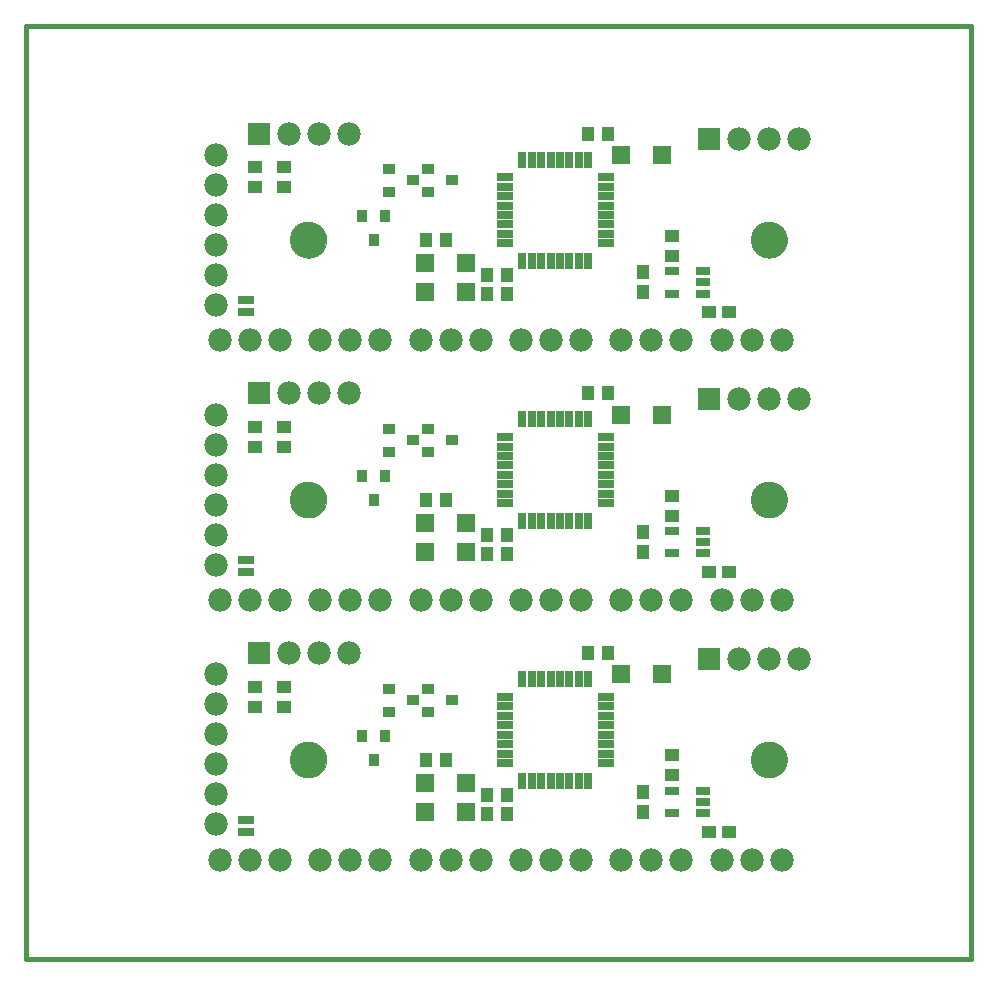
<source format=gts>
G75*
%MOIN*%
%OFA0B0*%
%FSLAX25Y25*%
%IPPOS*%
%LPD*%
%AMOC8*
5,1,8,0,0,1.08239X$1,22.5*
%
%ADD10C,0.01600*%
%ADD11C,0.00000*%
%ADD12C,0.12211*%
%ADD13C,0.07800*%
%ADD14R,0.05400X0.02600*%
%ADD15R,0.02600X0.05400*%
%ADD16R,0.05124X0.02565*%
%ADD17R,0.04731X0.04337*%
%ADD18R,0.04337X0.04731*%
%ADD19R,0.07800X0.07800*%
%ADD20R,0.06306X0.06306*%
%ADD21R,0.03500X0.03900*%
%ADD22R,0.03900X0.03500*%
%ADD23R,0.05400X0.02900*%
D10*
X0017567Y0009299D02*
X0332528Y0009299D01*
X0332528Y0320323D01*
X0017567Y0320323D01*
X0017567Y0009299D01*
D11*
X0105755Y0075835D02*
X0105757Y0075988D01*
X0105763Y0076142D01*
X0105773Y0076295D01*
X0105787Y0076447D01*
X0105805Y0076600D01*
X0105827Y0076751D01*
X0105852Y0076902D01*
X0105882Y0077053D01*
X0105916Y0077203D01*
X0105953Y0077351D01*
X0105994Y0077499D01*
X0106039Y0077645D01*
X0106088Y0077791D01*
X0106141Y0077935D01*
X0106197Y0078077D01*
X0106257Y0078218D01*
X0106321Y0078358D01*
X0106388Y0078496D01*
X0106459Y0078632D01*
X0106534Y0078766D01*
X0106611Y0078898D01*
X0106693Y0079028D01*
X0106777Y0079156D01*
X0106865Y0079282D01*
X0106956Y0079405D01*
X0107050Y0079526D01*
X0107148Y0079644D01*
X0107248Y0079760D01*
X0107352Y0079873D01*
X0107458Y0079984D01*
X0107567Y0080092D01*
X0107679Y0080197D01*
X0107793Y0080298D01*
X0107911Y0080397D01*
X0108030Y0080493D01*
X0108152Y0080586D01*
X0108277Y0080675D01*
X0108404Y0080762D01*
X0108533Y0080844D01*
X0108664Y0080924D01*
X0108797Y0081000D01*
X0108932Y0081073D01*
X0109069Y0081142D01*
X0109208Y0081207D01*
X0109348Y0081269D01*
X0109490Y0081327D01*
X0109633Y0081382D01*
X0109778Y0081433D01*
X0109924Y0081480D01*
X0110071Y0081523D01*
X0110219Y0081562D01*
X0110368Y0081598D01*
X0110518Y0081629D01*
X0110669Y0081657D01*
X0110820Y0081681D01*
X0110973Y0081701D01*
X0111125Y0081717D01*
X0111278Y0081729D01*
X0111431Y0081737D01*
X0111584Y0081741D01*
X0111738Y0081741D01*
X0111891Y0081737D01*
X0112044Y0081729D01*
X0112197Y0081717D01*
X0112349Y0081701D01*
X0112502Y0081681D01*
X0112653Y0081657D01*
X0112804Y0081629D01*
X0112954Y0081598D01*
X0113103Y0081562D01*
X0113251Y0081523D01*
X0113398Y0081480D01*
X0113544Y0081433D01*
X0113689Y0081382D01*
X0113832Y0081327D01*
X0113974Y0081269D01*
X0114114Y0081207D01*
X0114253Y0081142D01*
X0114390Y0081073D01*
X0114525Y0081000D01*
X0114658Y0080924D01*
X0114789Y0080844D01*
X0114918Y0080762D01*
X0115045Y0080675D01*
X0115170Y0080586D01*
X0115292Y0080493D01*
X0115411Y0080397D01*
X0115529Y0080298D01*
X0115643Y0080197D01*
X0115755Y0080092D01*
X0115864Y0079984D01*
X0115970Y0079873D01*
X0116074Y0079760D01*
X0116174Y0079644D01*
X0116272Y0079526D01*
X0116366Y0079405D01*
X0116457Y0079282D01*
X0116545Y0079156D01*
X0116629Y0079028D01*
X0116711Y0078898D01*
X0116788Y0078766D01*
X0116863Y0078632D01*
X0116934Y0078496D01*
X0117001Y0078358D01*
X0117065Y0078218D01*
X0117125Y0078077D01*
X0117181Y0077935D01*
X0117234Y0077791D01*
X0117283Y0077645D01*
X0117328Y0077499D01*
X0117369Y0077351D01*
X0117406Y0077203D01*
X0117440Y0077053D01*
X0117470Y0076902D01*
X0117495Y0076751D01*
X0117517Y0076600D01*
X0117535Y0076447D01*
X0117549Y0076295D01*
X0117559Y0076142D01*
X0117565Y0075988D01*
X0117567Y0075835D01*
X0117565Y0075682D01*
X0117559Y0075528D01*
X0117549Y0075375D01*
X0117535Y0075223D01*
X0117517Y0075070D01*
X0117495Y0074919D01*
X0117470Y0074768D01*
X0117440Y0074617D01*
X0117406Y0074467D01*
X0117369Y0074319D01*
X0117328Y0074171D01*
X0117283Y0074025D01*
X0117234Y0073879D01*
X0117181Y0073735D01*
X0117125Y0073593D01*
X0117065Y0073452D01*
X0117001Y0073312D01*
X0116934Y0073174D01*
X0116863Y0073038D01*
X0116788Y0072904D01*
X0116711Y0072772D01*
X0116629Y0072642D01*
X0116545Y0072514D01*
X0116457Y0072388D01*
X0116366Y0072265D01*
X0116272Y0072144D01*
X0116174Y0072026D01*
X0116074Y0071910D01*
X0115970Y0071797D01*
X0115864Y0071686D01*
X0115755Y0071578D01*
X0115643Y0071473D01*
X0115529Y0071372D01*
X0115411Y0071273D01*
X0115292Y0071177D01*
X0115170Y0071084D01*
X0115045Y0070995D01*
X0114918Y0070908D01*
X0114789Y0070826D01*
X0114658Y0070746D01*
X0114525Y0070670D01*
X0114390Y0070597D01*
X0114253Y0070528D01*
X0114114Y0070463D01*
X0113974Y0070401D01*
X0113832Y0070343D01*
X0113689Y0070288D01*
X0113544Y0070237D01*
X0113398Y0070190D01*
X0113251Y0070147D01*
X0113103Y0070108D01*
X0112954Y0070072D01*
X0112804Y0070041D01*
X0112653Y0070013D01*
X0112502Y0069989D01*
X0112349Y0069969D01*
X0112197Y0069953D01*
X0112044Y0069941D01*
X0111891Y0069933D01*
X0111738Y0069929D01*
X0111584Y0069929D01*
X0111431Y0069933D01*
X0111278Y0069941D01*
X0111125Y0069953D01*
X0110973Y0069969D01*
X0110820Y0069989D01*
X0110669Y0070013D01*
X0110518Y0070041D01*
X0110368Y0070072D01*
X0110219Y0070108D01*
X0110071Y0070147D01*
X0109924Y0070190D01*
X0109778Y0070237D01*
X0109633Y0070288D01*
X0109490Y0070343D01*
X0109348Y0070401D01*
X0109208Y0070463D01*
X0109069Y0070528D01*
X0108932Y0070597D01*
X0108797Y0070670D01*
X0108664Y0070746D01*
X0108533Y0070826D01*
X0108404Y0070908D01*
X0108277Y0070995D01*
X0108152Y0071084D01*
X0108030Y0071177D01*
X0107911Y0071273D01*
X0107793Y0071372D01*
X0107679Y0071473D01*
X0107567Y0071578D01*
X0107458Y0071686D01*
X0107352Y0071797D01*
X0107248Y0071910D01*
X0107148Y0072026D01*
X0107050Y0072144D01*
X0106956Y0072265D01*
X0106865Y0072388D01*
X0106777Y0072514D01*
X0106693Y0072642D01*
X0106611Y0072772D01*
X0106534Y0072904D01*
X0106459Y0073038D01*
X0106388Y0073174D01*
X0106321Y0073312D01*
X0106257Y0073452D01*
X0106197Y0073593D01*
X0106141Y0073735D01*
X0106088Y0073879D01*
X0106039Y0074025D01*
X0105994Y0074171D01*
X0105953Y0074319D01*
X0105916Y0074467D01*
X0105882Y0074617D01*
X0105852Y0074768D01*
X0105827Y0074919D01*
X0105805Y0075070D01*
X0105787Y0075223D01*
X0105773Y0075375D01*
X0105763Y0075528D01*
X0105757Y0075682D01*
X0105755Y0075835D01*
X0105755Y0162449D02*
X0105757Y0162602D01*
X0105763Y0162756D01*
X0105773Y0162909D01*
X0105787Y0163061D01*
X0105805Y0163214D01*
X0105827Y0163365D01*
X0105852Y0163516D01*
X0105882Y0163667D01*
X0105916Y0163817D01*
X0105953Y0163965D01*
X0105994Y0164113D01*
X0106039Y0164259D01*
X0106088Y0164405D01*
X0106141Y0164549D01*
X0106197Y0164691D01*
X0106257Y0164832D01*
X0106321Y0164972D01*
X0106388Y0165110D01*
X0106459Y0165246D01*
X0106534Y0165380D01*
X0106611Y0165512D01*
X0106693Y0165642D01*
X0106777Y0165770D01*
X0106865Y0165896D01*
X0106956Y0166019D01*
X0107050Y0166140D01*
X0107148Y0166258D01*
X0107248Y0166374D01*
X0107352Y0166487D01*
X0107458Y0166598D01*
X0107567Y0166706D01*
X0107679Y0166811D01*
X0107793Y0166912D01*
X0107911Y0167011D01*
X0108030Y0167107D01*
X0108152Y0167200D01*
X0108277Y0167289D01*
X0108404Y0167376D01*
X0108533Y0167458D01*
X0108664Y0167538D01*
X0108797Y0167614D01*
X0108932Y0167687D01*
X0109069Y0167756D01*
X0109208Y0167821D01*
X0109348Y0167883D01*
X0109490Y0167941D01*
X0109633Y0167996D01*
X0109778Y0168047D01*
X0109924Y0168094D01*
X0110071Y0168137D01*
X0110219Y0168176D01*
X0110368Y0168212D01*
X0110518Y0168243D01*
X0110669Y0168271D01*
X0110820Y0168295D01*
X0110973Y0168315D01*
X0111125Y0168331D01*
X0111278Y0168343D01*
X0111431Y0168351D01*
X0111584Y0168355D01*
X0111738Y0168355D01*
X0111891Y0168351D01*
X0112044Y0168343D01*
X0112197Y0168331D01*
X0112349Y0168315D01*
X0112502Y0168295D01*
X0112653Y0168271D01*
X0112804Y0168243D01*
X0112954Y0168212D01*
X0113103Y0168176D01*
X0113251Y0168137D01*
X0113398Y0168094D01*
X0113544Y0168047D01*
X0113689Y0167996D01*
X0113832Y0167941D01*
X0113974Y0167883D01*
X0114114Y0167821D01*
X0114253Y0167756D01*
X0114390Y0167687D01*
X0114525Y0167614D01*
X0114658Y0167538D01*
X0114789Y0167458D01*
X0114918Y0167376D01*
X0115045Y0167289D01*
X0115170Y0167200D01*
X0115292Y0167107D01*
X0115411Y0167011D01*
X0115529Y0166912D01*
X0115643Y0166811D01*
X0115755Y0166706D01*
X0115864Y0166598D01*
X0115970Y0166487D01*
X0116074Y0166374D01*
X0116174Y0166258D01*
X0116272Y0166140D01*
X0116366Y0166019D01*
X0116457Y0165896D01*
X0116545Y0165770D01*
X0116629Y0165642D01*
X0116711Y0165512D01*
X0116788Y0165380D01*
X0116863Y0165246D01*
X0116934Y0165110D01*
X0117001Y0164972D01*
X0117065Y0164832D01*
X0117125Y0164691D01*
X0117181Y0164549D01*
X0117234Y0164405D01*
X0117283Y0164259D01*
X0117328Y0164113D01*
X0117369Y0163965D01*
X0117406Y0163817D01*
X0117440Y0163667D01*
X0117470Y0163516D01*
X0117495Y0163365D01*
X0117517Y0163214D01*
X0117535Y0163061D01*
X0117549Y0162909D01*
X0117559Y0162756D01*
X0117565Y0162602D01*
X0117567Y0162449D01*
X0117565Y0162296D01*
X0117559Y0162142D01*
X0117549Y0161989D01*
X0117535Y0161837D01*
X0117517Y0161684D01*
X0117495Y0161533D01*
X0117470Y0161382D01*
X0117440Y0161231D01*
X0117406Y0161081D01*
X0117369Y0160933D01*
X0117328Y0160785D01*
X0117283Y0160639D01*
X0117234Y0160493D01*
X0117181Y0160349D01*
X0117125Y0160207D01*
X0117065Y0160066D01*
X0117001Y0159926D01*
X0116934Y0159788D01*
X0116863Y0159652D01*
X0116788Y0159518D01*
X0116711Y0159386D01*
X0116629Y0159256D01*
X0116545Y0159128D01*
X0116457Y0159002D01*
X0116366Y0158879D01*
X0116272Y0158758D01*
X0116174Y0158640D01*
X0116074Y0158524D01*
X0115970Y0158411D01*
X0115864Y0158300D01*
X0115755Y0158192D01*
X0115643Y0158087D01*
X0115529Y0157986D01*
X0115411Y0157887D01*
X0115292Y0157791D01*
X0115170Y0157698D01*
X0115045Y0157609D01*
X0114918Y0157522D01*
X0114789Y0157440D01*
X0114658Y0157360D01*
X0114525Y0157284D01*
X0114390Y0157211D01*
X0114253Y0157142D01*
X0114114Y0157077D01*
X0113974Y0157015D01*
X0113832Y0156957D01*
X0113689Y0156902D01*
X0113544Y0156851D01*
X0113398Y0156804D01*
X0113251Y0156761D01*
X0113103Y0156722D01*
X0112954Y0156686D01*
X0112804Y0156655D01*
X0112653Y0156627D01*
X0112502Y0156603D01*
X0112349Y0156583D01*
X0112197Y0156567D01*
X0112044Y0156555D01*
X0111891Y0156547D01*
X0111738Y0156543D01*
X0111584Y0156543D01*
X0111431Y0156547D01*
X0111278Y0156555D01*
X0111125Y0156567D01*
X0110973Y0156583D01*
X0110820Y0156603D01*
X0110669Y0156627D01*
X0110518Y0156655D01*
X0110368Y0156686D01*
X0110219Y0156722D01*
X0110071Y0156761D01*
X0109924Y0156804D01*
X0109778Y0156851D01*
X0109633Y0156902D01*
X0109490Y0156957D01*
X0109348Y0157015D01*
X0109208Y0157077D01*
X0109069Y0157142D01*
X0108932Y0157211D01*
X0108797Y0157284D01*
X0108664Y0157360D01*
X0108533Y0157440D01*
X0108404Y0157522D01*
X0108277Y0157609D01*
X0108152Y0157698D01*
X0108030Y0157791D01*
X0107911Y0157887D01*
X0107793Y0157986D01*
X0107679Y0158087D01*
X0107567Y0158192D01*
X0107458Y0158300D01*
X0107352Y0158411D01*
X0107248Y0158524D01*
X0107148Y0158640D01*
X0107050Y0158758D01*
X0106956Y0158879D01*
X0106865Y0159002D01*
X0106777Y0159128D01*
X0106693Y0159256D01*
X0106611Y0159386D01*
X0106534Y0159518D01*
X0106459Y0159652D01*
X0106388Y0159788D01*
X0106321Y0159926D01*
X0106257Y0160066D01*
X0106197Y0160207D01*
X0106141Y0160349D01*
X0106088Y0160493D01*
X0106039Y0160639D01*
X0105994Y0160785D01*
X0105953Y0160933D01*
X0105916Y0161081D01*
X0105882Y0161231D01*
X0105852Y0161382D01*
X0105827Y0161533D01*
X0105805Y0161684D01*
X0105787Y0161837D01*
X0105773Y0161989D01*
X0105763Y0162142D01*
X0105757Y0162296D01*
X0105755Y0162449D01*
X0105755Y0249063D02*
X0105757Y0249216D01*
X0105763Y0249370D01*
X0105773Y0249523D01*
X0105787Y0249675D01*
X0105805Y0249828D01*
X0105827Y0249979D01*
X0105852Y0250130D01*
X0105882Y0250281D01*
X0105916Y0250431D01*
X0105953Y0250579D01*
X0105994Y0250727D01*
X0106039Y0250873D01*
X0106088Y0251019D01*
X0106141Y0251163D01*
X0106197Y0251305D01*
X0106257Y0251446D01*
X0106321Y0251586D01*
X0106388Y0251724D01*
X0106459Y0251860D01*
X0106534Y0251994D01*
X0106611Y0252126D01*
X0106693Y0252256D01*
X0106777Y0252384D01*
X0106865Y0252510D01*
X0106956Y0252633D01*
X0107050Y0252754D01*
X0107148Y0252872D01*
X0107248Y0252988D01*
X0107352Y0253101D01*
X0107458Y0253212D01*
X0107567Y0253320D01*
X0107679Y0253425D01*
X0107793Y0253526D01*
X0107911Y0253625D01*
X0108030Y0253721D01*
X0108152Y0253814D01*
X0108277Y0253903D01*
X0108404Y0253990D01*
X0108533Y0254072D01*
X0108664Y0254152D01*
X0108797Y0254228D01*
X0108932Y0254301D01*
X0109069Y0254370D01*
X0109208Y0254435D01*
X0109348Y0254497D01*
X0109490Y0254555D01*
X0109633Y0254610D01*
X0109778Y0254661D01*
X0109924Y0254708D01*
X0110071Y0254751D01*
X0110219Y0254790D01*
X0110368Y0254826D01*
X0110518Y0254857D01*
X0110669Y0254885D01*
X0110820Y0254909D01*
X0110973Y0254929D01*
X0111125Y0254945D01*
X0111278Y0254957D01*
X0111431Y0254965D01*
X0111584Y0254969D01*
X0111738Y0254969D01*
X0111891Y0254965D01*
X0112044Y0254957D01*
X0112197Y0254945D01*
X0112349Y0254929D01*
X0112502Y0254909D01*
X0112653Y0254885D01*
X0112804Y0254857D01*
X0112954Y0254826D01*
X0113103Y0254790D01*
X0113251Y0254751D01*
X0113398Y0254708D01*
X0113544Y0254661D01*
X0113689Y0254610D01*
X0113832Y0254555D01*
X0113974Y0254497D01*
X0114114Y0254435D01*
X0114253Y0254370D01*
X0114390Y0254301D01*
X0114525Y0254228D01*
X0114658Y0254152D01*
X0114789Y0254072D01*
X0114918Y0253990D01*
X0115045Y0253903D01*
X0115170Y0253814D01*
X0115292Y0253721D01*
X0115411Y0253625D01*
X0115529Y0253526D01*
X0115643Y0253425D01*
X0115755Y0253320D01*
X0115864Y0253212D01*
X0115970Y0253101D01*
X0116074Y0252988D01*
X0116174Y0252872D01*
X0116272Y0252754D01*
X0116366Y0252633D01*
X0116457Y0252510D01*
X0116545Y0252384D01*
X0116629Y0252256D01*
X0116711Y0252126D01*
X0116788Y0251994D01*
X0116863Y0251860D01*
X0116934Y0251724D01*
X0117001Y0251586D01*
X0117065Y0251446D01*
X0117125Y0251305D01*
X0117181Y0251163D01*
X0117234Y0251019D01*
X0117283Y0250873D01*
X0117328Y0250727D01*
X0117369Y0250579D01*
X0117406Y0250431D01*
X0117440Y0250281D01*
X0117470Y0250130D01*
X0117495Y0249979D01*
X0117517Y0249828D01*
X0117535Y0249675D01*
X0117549Y0249523D01*
X0117559Y0249370D01*
X0117565Y0249216D01*
X0117567Y0249063D01*
X0117565Y0248910D01*
X0117559Y0248756D01*
X0117549Y0248603D01*
X0117535Y0248451D01*
X0117517Y0248298D01*
X0117495Y0248147D01*
X0117470Y0247996D01*
X0117440Y0247845D01*
X0117406Y0247695D01*
X0117369Y0247547D01*
X0117328Y0247399D01*
X0117283Y0247253D01*
X0117234Y0247107D01*
X0117181Y0246963D01*
X0117125Y0246821D01*
X0117065Y0246680D01*
X0117001Y0246540D01*
X0116934Y0246402D01*
X0116863Y0246266D01*
X0116788Y0246132D01*
X0116711Y0246000D01*
X0116629Y0245870D01*
X0116545Y0245742D01*
X0116457Y0245616D01*
X0116366Y0245493D01*
X0116272Y0245372D01*
X0116174Y0245254D01*
X0116074Y0245138D01*
X0115970Y0245025D01*
X0115864Y0244914D01*
X0115755Y0244806D01*
X0115643Y0244701D01*
X0115529Y0244600D01*
X0115411Y0244501D01*
X0115292Y0244405D01*
X0115170Y0244312D01*
X0115045Y0244223D01*
X0114918Y0244136D01*
X0114789Y0244054D01*
X0114658Y0243974D01*
X0114525Y0243898D01*
X0114390Y0243825D01*
X0114253Y0243756D01*
X0114114Y0243691D01*
X0113974Y0243629D01*
X0113832Y0243571D01*
X0113689Y0243516D01*
X0113544Y0243465D01*
X0113398Y0243418D01*
X0113251Y0243375D01*
X0113103Y0243336D01*
X0112954Y0243300D01*
X0112804Y0243269D01*
X0112653Y0243241D01*
X0112502Y0243217D01*
X0112349Y0243197D01*
X0112197Y0243181D01*
X0112044Y0243169D01*
X0111891Y0243161D01*
X0111738Y0243157D01*
X0111584Y0243157D01*
X0111431Y0243161D01*
X0111278Y0243169D01*
X0111125Y0243181D01*
X0110973Y0243197D01*
X0110820Y0243217D01*
X0110669Y0243241D01*
X0110518Y0243269D01*
X0110368Y0243300D01*
X0110219Y0243336D01*
X0110071Y0243375D01*
X0109924Y0243418D01*
X0109778Y0243465D01*
X0109633Y0243516D01*
X0109490Y0243571D01*
X0109348Y0243629D01*
X0109208Y0243691D01*
X0109069Y0243756D01*
X0108932Y0243825D01*
X0108797Y0243898D01*
X0108664Y0243974D01*
X0108533Y0244054D01*
X0108404Y0244136D01*
X0108277Y0244223D01*
X0108152Y0244312D01*
X0108030Y0244405D01*
X0107911Y0244501D01*
X0107793Y0244600D01*
X0107679Y0244701D01*
X0107567Y0244806D01*
X0107458Y0244914D01*
X0107352Y0245025D01*
X0107248Y0245138D01*
X0107148Y0245254D01*
X0107050Y0245372D01*
X0106956Y0245493D01*
X0106865Y0245616D01*
X0106777Y0245742D01*
X0106693Y0245870D01*
X0106611Y0246000D01*
X0106534Y0246132D01*
X0106459Y0246266D01*
X0106388Y0246402D01*
X0106321Y0246540D01*
X0106257Y0246680D01*
X0106197Y0246821D01*
X0106141Y0246963D01*
X0106088Y0247107D01*
X0106039Y0247253D01*
X0105994Y0247399D01*
X0105953Y0247547D01*
X0105916Y0247695D01*
X0105882Y0247845D01*
X0105852Y0247996D01*
X0105827Y0248147D01*
X0105805Y0248298D01*
X0105787Y0248451D01*
X0105773Y0248603D01*
X0105763Y0248756D01*
X0105757Y0248910D01*
X0105755Y0249063D01*
X0259299Y0249063D02*
X0259301Y0249216D01*
X0259307Y0249370D01*
X0259317Y0249523D01*
X0259331Y0249675D01*
X0259349Y0249828D01*
X0259371Y0249979D01*
X0259396Y0250130D01*
X0259426Y0250281D01*
X0259460Y0250431D01*
X0259497Y0250579D01*
X0259538Y0250727D01*
X0259583Y0250873D01*
X0259632Y0251019D01*
X0259685Y0251163D01*
X0259741Y0251305D01*
X0259801Y0251446D01*
X0259865Y0251586D01*
X0259932Y0251724D01*
X0260003Y0251860D01*
X0260078Y0251994D01*
X0260155Y0252126D01*
X0260237Y0252256D01*
X0260321Y0252384D01*
X0260409Y0252510D01*
X0260500Y0252633D01*
X0260594Y0252754D01*
X0260692Y0252872D01*
X0260792Y0252988D01*
X0260896Y0253101D01*
X0261002Y0253212D01*
X0261111Y0253320D01*
X0261223Y0253425D01*
X0261337Y0253526D01*
X0261455Y0253625D01*
X0261574Y0253721D01*
X0261696Y0253814D01*
X0261821Y0253903D01*
X0261948Y0253990D01*
X0262077Y0254072D01*
X0262208Y0254152D01*
X0262341Y0254228D01*
X0262476Y0254301D01*
X0262613Y0254370D01*
X0262752Y0254435D01*
X0262892Y0254497D01*
X0263034Y0254555D01*
X0263177Y0254610D01*
X0263322Y0254661D01*
X0263468Y0254708D01*
X0263615Y0254751D01*
X0263763Y0254790D01*
X0263912Y0254826D01*
X0264062Y0254857D01*
X0264213Y0254885D01*
X0264364Y0254909D01*
X0264517Y0254929D01*
X0264669Y0254945D01*
X0264822Y0254957D01*
X0264975Y0254965D01*
X0265128Y0254969D01*
X0265282Y0254969D01*
X0265435Y0254965D01*
X0265588Y0254957D01*
X0265741Y0254945D01*
X0265893Y0254929D01*
X0266046Y0254909D01*
X0266197Y0254885D01*
X0266348Y0254857D01*
X0266498Y0254826D01*
X0266647Y0254790D01*
X0266795Y0254751D01*
X0266942Y0254708D01*
X0267088Y0254661D01*
X0267233Y0254610D01*
X0267376Y0254555D01*
X0267518Y0254497D01*
X0267658Y0254435D01*
X0267797Y0254370D01*
X0267934Y0254301D01*
X0268069Y0254228D01*
X0268202Y0254152D01*
X0268333Y0254072D01*
X0268462Y0253990D01*
X0268589Y0253903D01*
X0268714Y0253814D01*
X0268836Y0253721D01*
X0268955Y0253625D01*
X0269073Y0253526D01*
X0269187Y0253425D01*
X0269299Y0253320D01*
X0269408Y0253212D01*
X0269514Y0253101D01*
X0269618Y0252988D01*
X0269718Y0252872D01*
X0269816Y0252754D01*
X0269910Y0252633D01*
X0270001Y0252510D01*
X0270089Y0252384D01*
X0270173Y0252256D01*
X0270255Y0252126D01*
X0270332Y0251994D01*
X0270407Y0251860D01*
X0270478Y0251724D01*
X0270545Y0251586D01*
X0270609Y0251446D01*
X0270669Y0251305D01*
X0270725Y0251163D01*
X0270778Y0251019D01*
X0270827Y0250873D01*
X0270872Y0250727D01*
X0270913Y0250579D01*
X0270950Y0250431D01*
X0270984Y0250281D01*
X0271014Y0250130D01*
X0271039Y0249979D01*
X0271061Y0249828D01*
X0271079Y0249675D01*
X0271093Y0249523D01*
X0271103Y0249370D01*
X0271109Y0249216D01*
X0271111Y0249063D01*
X0271109Y0248910D01*
X0271103Y0248756D01*
X0271093Y0248603D01*
X0271079Y0248451D01*
X0271061Y0248298D01*
X0271039Y0248147D01*
X0271014Y0247996D01*
X0270984Y0247845D01*
X0270950Y0247695D01*
X0270913Y0247547D01*
X0270872Y0247399D01*
X0270827Y0247253D01*
X0270778Y0247107D01*
X0270725Y0246963D01*
X0270669Y0246821D01*
X0270609Y0246680D01*
X0270545Y0246540D01*
X0270478Y0246402D01*
X0270407Y0246266D01*
X0270332Y0246132D01*
X0270255Y0246000D01*
X0270173Y0245870D01*
X0270089Y0245742D01*
X0270001Y0245616D01*
X0269910Y0245493D01*
X0269816Y0245372D01*
X0269718Y0245254D01*
X0269618Y0245138D01*
X0269514Y0245025D01*
X0269408Y0244914D01*
X0269299Y0244806D01*
X0269187Y0244701D01*
X0269073Y0244600D01*
X0268955Y0244501D01*
X0268836Y0244405D01*
X0268714Y0244312D01*
X0268589Y0244223D01*
X0268462Y0244136D01*
X0268333Y0244054D01*
X0268202Y0243974D01*
X0268069Y0243898D01*
X0267934Y0243825D01*
X0267797Y0243756D01*
X0267658Y0243691D01*
X0267518Y0243629D01*
X0267376Y0243571D01*
X0267233Y0243516D01*
X0267088Y0243465D01*
X0266942Y0243418D01*
X0266795Y0243375D01*
X0266647Y0243336D01*
X0266498Y0243300D01*
X0266348Y0243269D01*
X0266197Y0243241D01*
X0266046Y0243217D01*
X0265893Y0243197D01*
X0265741Y0243181D01*
X0265588Y0243169D01*
X0265435Y0243161D01*
X0265282Y0243157D01*
X0265128Y0243157D01*
X0264975Y0243161D01*
X0264822Y0243169D01*
X0264669Y0243181D01*
X0264517Y0243197D01*
X0264364Y0243217D01*
X0264213Y0243241D01*
X0264062Y0243269D01*
X0263912Y0243300D01*
X0263763Y0243336D01*
X0263615Y0243375D01*
X0263468Y0243418D01*
X0263322Y0243465D01*
X0263177Y0243516D01*
X0263034Y0243571D01*
X0262892Y0243629D01*
X0262752Y0243691D01*
X0262613Y0243756D01*
X0262476Y0243825D01*
X0262341Y0243898D01*
X0262208Y0243974D01*
X0262077Y0244054D01*
X0261948Y0244136D01*
X0261821Y0244223D01*
X0261696Y0244312D01*
X0261574Y0244405D01*
X0261455Y0244501D01*
X0261337Y0244600D01*
X0261223Y0244701D01*
X0261111Y0244806D01*
X0261002Y0244914D01*
X0260896Y0245025D01*
X0260792Y0245138D01*
X0260692Y0245254D01*
X0260594Y0245372D01*
X0260500Y0245493D01*
X0260409Y0245616D01*
X0260321Y0245742D01*
X0260237Y0245870D01*
X0260155Y0246000D01*
X0260078Y0246132D01*
X0260003Y0246266D01*
X0259932Y0246402D01*
X0259865Y0246540D01*
X0259801Y0246680D01*
X0259741Y0246821D01*
X0259685Y0246963D01*
X0259632Y0247107D01*
X0259583Y0247253D01*
X0259538Y0247399D01*
X0259497Y0247547D01*
X0259460Y0247695D01*
X0259426Y0247845D01*
X0259396Y0247996D01*
X0259371Y0248147D01*
X0259349Y0248298D01*
X0259331Y0248451D01*
X0259317Y0248603D01*
X0259307Y0248756D01*
X0259301Y0248910D01*
X0259299Y0249063D01*
X0259299Y0162449D02*
X0259301Y0162602D01*
X0259307Y0162756D01*
X0259317Y0162909D01*
X0259331Y0163061D01*
X0259349Y0163214D01*
X0259371Y0163365D01*
X0259396Y0163516D01*
X0259426Y0163667D01*
X0259460Y0163817D01*
X0259497Y0163965D01*
X0259538Y0164113D01*
X0259583Y0164259D01*
X0259632Y0164405D01*
X0259685Y0164549D01*
X0259741Y0164691D01*
X0259801Y0164832D01*
X0259865Y0164972D01*
X0259932Y0165110D01*
X0260003Y0165246D01*
X0260078Y0165380D01*
X0260155Y0165512D01*
X0260237Y0165642D01*
X0260321Y0165770D01*
X0260409Y0165896D01*
X0260500Y0166019D01*
X0260594Y0166140D01*
X0260692Y0166258D01*
X0260792Y0166374D01*
X0260896Y0166487D01*
X0261002Y0166598D01*
X0261111Y0166706D01*
X0261223Y0166811D01*
X0261337Y0166912D01*
X0261455Y0167011D01*
X0261574Y0167107D01*
X0261696Y0167200D01*
X0261821Y0167289D01*
X0261948Y0167376D01*
X0262077Y0167458D01*
X0262208Y0167538D01*
X0262341Y0167614D01*
X0262476Y0167687D01*
X0262613Y0167756D01*
X0262752Y0167821D01*
X0262892Y0167883D01*
X0263034Y0167941D01*
X0263177Y0167996D01*
X0263322Y0168047D01*
X0263468Y0168094D01*
X0263615Y0168137D01*
X0263763Y0168176D01*
X0263912Y0168212D01*
X0264062Y0168243D01*
X0264213Y0168271D01*
X0264364Y0168295D01*
X0264517Y0168315D01*
X0264669Y0168331D01*
X0264822Y0168343D01*
X0264975Y0168351D01*
X0265128Y0168355D01*
X0265282Y0168355D01*
X0265435Y0168351D01*
X0265588Y0168343D01*
X0265741Y0168331D01*
X0265893Y0168315D01*
X0266046Y0168295D01*
X0266197Y0168271D01*
X0266348Y0168243D01*
X0266498Y0168212D01*
X0266647Y0168176D01*
X0266795Y0168137D01*
X0266942Y0168094D01*
X0267088Y0168047D01*
X0267233Y0167996D01*
X0267376Y0167941D01*
X0267518Y0167883D01*
X0267658Y0167821D01*
X0267797Y0167756D01*
X0267934Y0167687D01*
X0268069Y0167614D01*
X0268202Y0167538D01*
X0268333Y0167458D01*
X0268462Y0167376D01*
X0268589Y0167289D01*
X0268714Y0167200D01*
X0268836Y0167107D01*
X0268955Y0167011D01*
X0269073Y0166912D01*
X0269187Y0166811D01*
X0269299Y0166706D01*
X0269408Y0166598D01*
X0269514Y0166487D01*
X0269618Y0166374D01*
X0269718Y0166258D01*
X0269816Y0166140D01*
X0269910Y0166019D01*
X0270001Y0165896D01*
X0270089Y0165770D01*
X0270173Y0165642D01*
X0270255Y0165512D01*
X0270332Y0165380D01*
X0270407Y0165246D01*
X0270478Y0165110D01*
X0270545Y0164972D01*
X0270609Y0164832D01*
X0270669Y0164691D01*
X0270725Y0164549D01*
X0270778Y0164405D01*
X0270827Y0164259D01*
X0270872Y0164113D01*
X0270913Y0163965D01*
X0270950Y0163817D01*
X0270984Y0163667D01*
X0271014Y0163516D01*
X0271039Y0163365D01*
X0271061Y0163214D01*
X0271079Y0163061D01*
X0271093Y0162909D01*
X0271103Y0162756D01*
X0271109Y0162602D01*
X0271111Y0162449D01*
X0271109Y0162296D01*
X0271103Y0162142D01*
X0271093Y0161989D01*
X0271079Y0161837D01*
X0271061Y0161684D01*
X0271039Y0161533D01*
X0271014Y0161382D01*
X0270984Y0161231D01*
X0270950Y0161081D01*
X0270913Y0160933D01*
X0270872Y0160785D01*
X0270827Y0160639D01*
X0270778Y0160493D01*
X0270725Y0160349D01*
X0270669Y0160207D01*
X0270609Y0160066D01*
X0270545Y0159926D01*
X0270478Y0159788D01*
X0270407Y0159652D01*
X0270332Y0159518D01*
X0270255Y0159386D01*
X0270173Y0159256D01*
X0270089Y0159128D01*
X0270001Y0159002D01*
X0269910Y0158879D01*
X0269816Y0158758D01*
X0269718Y0158640D01*
X0269618Y0158524D01*
X0269514Y0158411D01*
X0269408Y0158300D01*
X0269299Y0158192D01*
X0269187Y0158087D01*
X0269073Y0157986D01*
X0268955Y0157887D01*
X0268836Y0157791D01*
X0268714Y0157698D01*
X0268589Y0157609D01*
X0268462Y0157522D01*
X0268333Y0157440D01*
X0268202Y0157360D01*
X0268069Y0157284D01*
X0267934Y0157211D01*
X0267797Y0157142D01*
X0267658Y0157077D01*
X0267518Y0157015D01*
X0267376Y0156957D01*
X0267233Y0156902D01*
X0267088Y0156851D01*
X0266942Y0156804D01*
X0266795Y0156761D01*
X0266647Y0156722D01*
X0266498Y0156686D01*
X0266348Y0156655D01*
X0266197Y0156627D01*
X0266046Y0156603D01*
X0265893Y0156583D01*
X0265741Y0156567D01*
X0265588Y0156555D01*
X0265435Y0156547D01*
X0265282Y0156543D01*
X0265128Y0156543D01*
X0264975Y0156547D01*
X0264822Y0156555D01*
X0264669Y0156567D01*
X0264517Y0156583D01*
X0264364Y0156603D01*
X0264213Y0156627D01*
X0264062Y0156655D01*
X0263912Y0156686D01*
X0263763Y0156722D01*
X0263615Y0156761D01*
X0263468Y0156804D01*
X0263322Y0156851D01*
X0263177Y0156902D01*
X0263034Y0156957D01*
X0262892Y0157015D01*
X0262752Y0157077D01*
X0262613Y0157142D01*
X0262476Y0157211D01*
X0262341Y0157284D01*
X0262208Y0157360D01*
X0262077Y0157440D01*
X0261948Y0157522D01*
X0261821Y0157609D01*
X0261696Y0157698D01*
X0261574Y0157791D01*
X0261455Y0157887D01*
X0261337Y0157986D01*
X0261223Y0158087D01*
X0261111Y0158192D01*
X0261002Y0158300D01*
X0260896Y0158411D01*
X0260792Y0158524D01*
X0260692Y0158640D01*
X0260594Y0158758D01*
X0260500Y0158879D01*
X0260409Y0159002D01*
X0260321Y0159128D01*
X0260237Y0159256D01*
X0260155Y0159386D01*
X0260078Y0159518D01*
X0260003Y0159652D01*
X0259932Y0159788D01*
X0259865Y0159926D01*
X0259801Y0160066D01*
X0259741Y0160207D01*
X0259685Y0160349D01*
X0259632Y0160493D01*
X0259583Y0160639D01*
X0259538Y0160785D01*
X0259497Y0160933D01*
X0259460Y0161081D01*
X0259426Y0161231D01*
X0259396Y0161382D01*
X0259371Y0161533D01*
X0259349Y0161684D01*
X0259331Y0161837D01*
X0259317Y0161989D01*
X0259307Y0162142D01*
X0259301Y0162296D01*
X0259299Y0162449D01*
X0259299Y0075835D02*
X0259301Y0075988D01*
X0259307Y0076142D01*
X0259317Y0076295D01*
X0259331Y0076447D01*
X0259349Y0076600D01*
X0259371Y0076751D01*
X0259396Y0076902D01*
X0259426Y0077053D01*
X0259460Y0077203D01*
X0259497Y0077351D01*
X0259538Y0077499D01*
X0259583Y0077645D01*
X0259632Y0077791D01*
X0259685Y0077935D01*
X0259741Y0078077D01*
X0259801Y0078218D01*
X0259865Y0078358D01*
X0259932Y0078496D01*
X0260003Y0078632D01*
X0260078Y0078766D01*
X0260155Y0078898D01*
X0260237Y0079028D01*
X0260321Y0079156D01*
X0260409Y0079282D01*
X0260500Y0079405D01*
X0260594Y0079526D01*
X0260692Y0079644D01*
X0260792Y0079760D01*
X0260896Y0079873D01*
X0261002Y0079984D01*
X0261111Y0080092D01*
X0261223Y0080197D01*
X0261337Y0080298D01*
X0261455Y0080397D01*
X0261574Y0080493D01*
X0261696Y0080586D01*
X0261821Y0080675D01*
X0261948Y0080762D01*
X0262077Y0080844D01*
X0262208Y0080924D01*
X0262341Y0081000D01*
X0262476Y0081073D01*
X0262613Y0081142D01*
X0262752Y0081207D01*
X0262892Y0081269D01*
X0263034Y0081327D01*
X0263177Y0081382D01*
X0263322Y0081433D01*
X0263468Y0081480D01*
X0263615Y0081523D01*
X0263763Y0081562D01*
X0263912Y0081598D01*
X0264062Y0081629D01*
X0264213Y0081657D01*
X0264364Y0081681D01*
X0264517Y0081701D01*
X0264669Y0081717D01*
X0264822Y0081729D01*
X0264975Y0081737D01*
X0265128Y0081741D01*
X0265282Y0081741D01*
X0265435Y0081737D01*
X0265588Y0081729D01*
X0265741Y0081717D01*
X0265893Y0081701D01*
X0266046Y0081681D01*
X0266197Y0081657D01*
X0266348Y0081629D01*
X0266498Y0081598D01*
X0266647Y0081562D01*
X0266795Y0081523D01*
X0266942Y0081480D01*
X0267088Y0081433D01*
X0267233Y0081382D01*
X0267376Y0081327D01*
X0267518Y0081269D01*
X0267658Y0081207D01*
X0267797Y0081142D01*
X0267934Y0081073D01*
X0268069Y0081000D01*
X0268202Y0080924D01*
X0268333Y0080844D01*
X0268462Y0080762D01*
X0268589Y0080675D01*
X0268714Y0080586D01*
X0268836Y0080493D01*
X0268955Y0080397D01*
X0269073Y0080298D01*
X0269187Y0080197D01*
X0269299Y0080092D01*
X0269408Y0079984D01*
X0269514Y0079873D01*
X0269618Y0079760D01*
X0269718Y0079644D01*
X0269816Y0079526D01*
X0269910Y0079405D01*
X0270001Y0079282D01*
X0270089Y0079156D01*
X0270173Y0079028D01*
X0270255Y0078898D01*
X0270332Y0078766D01*
X0270407Y0078632D01*
X0270478Y0078496D01*
X0270545Y0078358D01*
X0270609Y0078218D01*
X0270669Y0078077D01*
X0270725Y0077935D01*
X0270778Y0077791D01*
X0270827Y0077645D01*
X0270872Y0077499D01*
X0270913Y0077351D01*
X0270950Y0077203D01*
X0270984Y0077053D01*
X0271014Y0076902D01*
X0271039Y0076751D01*
X0271061Y0076600D01*
X0271079Y0076447D01*
X0271093Y0076295D01*
X0271103Y0076142D01*
X0271109Y0075988D01*
X0271111Y0075835D01*
X0271109Y0075682D01*
X0271103Y0075528D01*
X0271093Y0075375D01*
X0271079Y0075223D01*
X0271061Y0075070D01*
X0271039Y0074919D01*
X0271014Y0074768D01*
X0270984Y0074617D01*
X0270950Y0074467D01*
X0270913Y0074319D01*
X0270872Y0074171D01*
X0270827Y0074025D01*
X0270778Y0073879D01*
X0270725Y0073735D01*
X0270669Y0073593D01*
X0270609Y0073452D01*
X0270545Y0073312D01*
X0270478Y0073174D01*
X0270407Y0073038D01*
X0270332Y0072904D01*
X0270255Y0072772D01*
X0270173Y0072642D01*
X0270089Y0072514D01*
X0270001Y0072388D01*
X0269910Y0072265D01*
X0269816Y0072144D01*
X0269718Y0072026D01*
X0269618Y0071910D01*
X0269514Y0071797D01*
X0269408Y0071686D01*
X0269299Y0071578D01*
X0269187Y0071473D01*
X0269073Y0071372D01*
X0268955Y0071273D01*
X0268836Y0071177D01*
X0268714Y0071084D01*
X0268589Y0070995D01*
X0268462Y0070908D01*
X0268333Y0070826D01*
X0268202Y0070746D01*
X0268069Y0070670D01*
X0267934Y0070597D01*
X0267797Y0070528D01*
X0267658Y0070463D01*
X0267518Y0070401D01*
X0267376Y0070343D01*
X0267233Y0070288D01*
X0267088Y0070237D01*
X0266942Y0070190D01*
X0266795Y0070147D01*
X0266647Y0070108D01*
X0266498Y0070072D01*
X0266348Y0070041D01*
X0266197Y0070013D01*
X0266046Y0069989D01*
X0265893Y0069969D01*
X0265741Y0069953D01*
X0265588Y0069941D01*
X0265435Y0069933D01*
X0265282Y0069929D01*
X0265128Y0069929D01*
X0264975Y0069933D01*
X0264822Y0069941D01*
X0264669Y0069953D01*
X0264517Y0069969D01*
X0264364Y0069989D01*
X0264213Y0070013D01*
X0264062Y0070041D01*
X0263912Y0070072D01*
X0263763Y0070108D01*
X0263615Y0070147D01*
X0263468Y0070190D01*
X0263322Y0070237D01*
X0263177Y0070288D01*
X0263034Y0070343D01*
X0262892Y0070401D01*
X0262752Y0070463D01*
X0262613Y0070528D01*
X0262476Y0070597D01*
X0262341Y0070670D01*
X0262208Y0070746D01*
X0262077Y0070826D01*
X0261948Y0070908D01*
X0261821Y0070995D01*
X0261696Y0071084D01*
X0261574Y0071177D01*
X0261455Y0071273D01*
X0261337Y0071372D01*
X0261223Y0071473D01*
X0261111Y0071578D01*
X0261002Y0071686D01*
X0260896Y0071797D01*
X0260792Y0071910D01*
X0260692Y0072026D01*
X0260594Y0072144D01*
X0260500Y0072265D01*
X0260409Y0072388D01*
X0260321Y0072514D01*
X0260237Y0072642D01*
X0260155Y0072772D01*
X0260078Y0072904D01*
X0260003Y0073038D01*
X0259932Y0073174D01*
X0259865Y0073312D01*
X0259801Y0073452D01*
X0259741Y0073593D01*
X0259685Y0073735D01*
X0259632Y0073879D01*
X0259583Y0074025D01*
X0259538Y0074171D01*
X0259497Y0074319D01*
X0259460Y0074467D01*
X0259426Y0074617D01*
X0259396Y0074768D01*
X0259371Y0074919D01*
X0259349Y0075070D01*
X0259331Y0075223D01*
X0259317Y0075375D01*
X0259307Y0075528D01*
X0259301Y0075682D01*
X0259299Y0075835D01*
D12*
X0265205Y0075835D03*
X0265205Y0162449D03*
X0265205Y0249063D03*
X0111661Y0249063D03*
X0111661Y0162449D03*
X0111661Y0075835D03*
D13*
X0080953Y0074181D03*
X0080953Y0084181D03*
X0080953Y0094181D03*
X0080953Y0104181D03*
X0105126Y0111268D03*
X0115126Y0111268D03*
X0125126Y0111268D03*
X0125598Y0128984D03*
X0115598Y0128984D03*
X0102134Y0128984D03*
X0092134Y0128984D03*
X0082134Y0128984D03*
X0080953Y0140795D03*
X0080953Y0150795D03*
X0080953Y0160795D03*
X0080953Y0170795D03*
X0080953Y0180795D03*
X0080953Y0190795D03*
X0082134Y0215598D03*
X0092134Y0215598D03*
X0102134Y0215598D03*
X0115598Y0215598D03*
X0125598Y0215598D03*
X0135598Y0215598D03*
X0149063Y0215598D03*
X0159063Y0215598D03*
X0169063Y0215598D03*
X0182528Y0215598D03*
X0192528Y0215598D03*
X0202528Y0215598D03*
X0215992Y0215598D03*
X0225992Y0215598D03*
X0235992Y0215598D03*
X0249457Y0215598D03*
X0259457Y0215598D03*
X0269457Y0215598D03*
X0265126Y0195913D03*
X0275126Y0195913D03*
X0255126Y0195913D03*
X0259457Y0128984D03*
X0269457Y0128984D03*
X0249457Y0128984D03*
X0235992Y0128984D03*
X0225992Y0128984D03*
X0215992Y0128984D03*
X0202528Y0128984D03*
X0192528Y0128984D03*
X0182528Y0128984D03*
X0169063Y0128984D03*
X0159063Y0128984D03*
X0149063Y0128984D03*
X0135598Y0128984D03*
X0125126Y0197882D03*
X0115126Y0197882D03*
X0105126Y0197882D03*
X0080953Y0227409D03*
X0080953Y0237409D03*
X0080953Y0247409D03*
X0080953Y0257409D03*
X0080953Y0267409D03*
X0080953Y0277409D03*
X0105126Y0284496D03*
X0115126Y0284496D03*
X0125126Y0284496D03*
X0255126Y0282528D03*
X0265126Y0282528D03*
X0275126Y0282528D03*
X0275126Y0109299D03*
X0265126Y0109299D03*
X0255126Y0109299D03*
X0259457Y0042370D03*
X0269457Y0042370D03*
X0249457Y0042370D03*
X0235992Y0042370D03*
X0225992Y0042370D03*
X0215992Y0042370D03*
X0202528Y0042370D03*
X0192528Y0042370D03*
X0182528Y0042370D03*
X0169063Y0042370D03*
X0159063Y0042370D03*
X0149063Y0042370D03*
X0135598Y0042370D03*
X0125598Y0042370D03*
X0115598Y0042370D03*
X0102134Y0042370D03*
X0092134Y0042370D03*
X0082134Y0042370D03*
X0080953Y0054181D03*
X0080953Y0064181D03*
D14*
X0177045Y0074654D03*
X0177045Y0077803D03*
X0177045Y0080953D03*
X0177045Y0084102D03*
X0177045Y0087252D03*
X0177045Y0090402D03*
X0177045Y0093551D03*
X0177045Y0096701D03*
X0210845Y0096701D03*
X0210845Y0093551D03*
X0210845Y0090402D03*
X0210845Y0087252D03*
X0210845Y0084102D03*
X0210845Y0080953D03*
X0210845Y0077803D03*
X0210845Y0074654D03*
X0210845Y0161268D03*
X0210845Y0164417D03*
X0210845Y0167567D03*
X0210845Y0170717D03*
X0210845Y0173866D03*
X0210845Y0177016D03*
X0210845Y0180165D03*
X0210845Y0183315D03*
X0177045Y0183315D03*
X0177045Y0180165D03*
X0177045Y0177016D03*
X0177045Y0173866D03*
X0177045Y0170717D03*
X0177045Y0167567D03*
X0177045Y0164417D03*
X0177045Y0161268D03*
X0177045Y0247882D03*
X0177045Y0251031D03*
X0177045Y0254181D03*
X0177045Y0257331D03*
X0177045Y0260480D03*
X0177045Y0263630D03*
X0177045Y0266780D03*
X0177045Y0269929D03*
X0210845Y0269929D03*
X0210845Y0266780D03*
X0210845Y0263630D03*
X0210845Y0260480D03*
X0210845Y0257331D03*
X0210845Y0254181D03*
X0210845Y0251031D03*
X0210845Y0247882D03*
D15*
X0204969Y0242006D03*
X0201819Y0242006D03*
X0198669Y0242006D03*
X0195520Y0242006D03*
X0192370Y0242006D03*
X0189220Y0242006D03*
X0186071Y0242006D03*
X0182921Y0242006D03*
X0182921Y0275806D03*
X0186071Y0275806D03*
X0189220Y0275806D03*
X0192370Y0275806D03*
X0195520Y0275806D03*
X0198669Y0275806D03*
X0201819Y0275806D03*
X0204969Y0275806D03*
X0204969Y0189191D03*
X0201819Y0189191D03*
X0198669Y0189191D03*
X0195520Y0189191D03*
X0192370Y0189191D03*
X0189220Y0189191D03*
X0186071Y0189191D03*
X0182921Y0189191D03*
X0182921Y0155391D03*
X0186071Y0155391D03*
X0189220Y0155391D03*
X0192370Y0155391D03*
X0195520Y0155391D03*
X0198669Y0155391D03*
X0201819Y0155391D03*
X0204969Y0155391D03*
X0204969Y0102577D03*
X0201819Y0102577D03*
X0198669Y0102577D03*
X0195520Y0102577D03*
X0192370Y0102577D03*
X0189220Y0102577D03*
X0186071Y0102577D03*
X0182921Y0102577D03*
X0182921Y0068777D03*
X0186071Y0068777D03*
X0189220Y0068777D03*
X0192370Y0068777D03*
X0195520Y0068777D03*
X0198669Y0068777D03*
X0201819Y0068777D03*
X0204969Y0068777D03*
D16*
X0232921Y0065402D03*
X0232921Y0057921D03*
X0243158Y0057921D03*
X0243158Y0061661D03*
X0243158Y0065402D03*
X0243158Y0144535D03*
X0243158Y0148276D03*
X0243158Y0152016D03*
X0232921Y0152016D03*
X0232921Y0144535D03*
X0232921Y0231150D03*
X0232921Y0238630D03*
X0243158Y0238630D03*
X0243158Y0234890D03*
X0243158Y0231150D03*
D17*
X0245323Y0225047D03*
X0252016Y0225047D03*
X0232921Y0243748D03*
X0232921Y0250441D03*
X0232921Y0163827D03*
X0232921Y0157134D03*
X0245323Y0138433D03*
X0252016Y0138433D03*
X0232921Y0077213D03*
X0232921Y0070520D03*
X0245323Y0051819D03*
X0252016Y0051819D03*
X0103394Y0093354D03*
X0093945Y0093354D03*
X0093945Y0100047D03*
X0103394Y0100047D03*
X0103394Y0179969D03*
X0103394Y0186661D03*
X0093945Y0186661D03*
X0093945Y0179969D03*
X0093945Y0266583D03*
X0093945Y0273276D03*
X0103394Y0273276D03*
X0103394Y0266583D03*
D18*
X0150835Y0249063D03*
X0157528Y0249063D03*
X0171307Y0237252D03*
X0171307Y0230953D03*
X0178000Y0230953D03*
X0178000Y0237252D03*
X0204772Y0197882D03*
X0211465Y0197882D03*
X0223079Y0231543D03*
X0223079Y0238236D03*
X0211465Y0284496D03*
X0204772Y0284496D03*
X0157528Y0162449D03*
X0150835Y0162449D03*
X0171307Y0150638D03*
X0171307Y0144339D03*
X0178000Y0144339D03*
X0178000Y0150638D03*
X0204772Y0111268D03*
X0211465Y0111268D03*
X0223079Y0144929D03*
X0223079Y0151622D03*
X0157528Y0075835D03*
X0150835Y0075835D03*
X0171307Y0064024D03*
X0171307Y0057724D03*
X0178000Y0057724D03*
X0178000Y0064024D03*
X0223079Y0065008D03*
X0223079Y0058315D03*
D19*
X0245126Y0109299D03*
X0245126Y0195913D03*
X0245126Y0282528D03*
X0095126Y0284496D03*
X0095126Y0197882D03*
X0095126Y0111268D03*
D20*
X0150441Y0145126D03*
X0150441Y0154575D03*
X0164220Y0154575D03*
X0164220Y0145126D03*
X0215795Y0104181D03*
X0229575Y0104181D03*
X0164220Y0067961D03*
X0164220Y0058512D03*
X0150441Y0058512D03*
X0150441Y0067961D03*
X0215795Y0190795D03*
X0229575Y0190795D03*
X0164220Y0231740D03*
X0164220Y0241189D03*
X0150441Y0241189D03*
X0150441Y0231740D03*
X0215795Y0277409D03*
X0229575Y0277409D03*
D21*
X0137215Y0257000D03*
X0133415Y0249000D03*
X0129615Y0257000D03*
X0129615Y0170386D03*
X0133415Y0162386D03*
X0137215Y0170386D03*
X0137215Y0083772D03*
X0129615Y0083772D03*
X0133415Y0075772D03*
D22*
X0138370Y0091820D03*
X0138370Y0099420D03*
X0146370Y0095620D03*
X0151362Y0099420D03*
X0151362Y0091820D03*
X0159362Y0095620D03*
X0151362Y0178434D03*
X0146370Y0182234D03*
X0151362Y0186034D03*
X0159362Y0182234D03*
X0138370Y0186034D03*
X0138370Y0178434D03*
X0138370Y0265048D03*
X0138370Y0272648D03*
X0146370Y0268848D03*
X0151362Y0265048D03*
X0151362Y0272648D03*
X0159362Y0268848D03*
D23*
X0090795Y0229016D03*
X0090795Y0225016D03*
X0090795Y0142402D03*
X0090795Y0138402D03*
X0090795Y0055787D03*
X0090795Y0051787D03*
M02*

</source>
